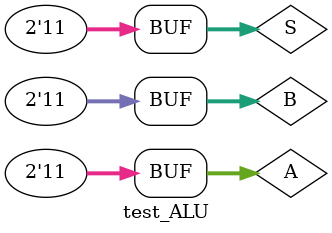
<source format=v>
`timescale 1ns / 1ps
module test_ALU();
	wire [3:0]O;
	reg [1:0]A;
	reg [1:0]B;
	reg [1:0]S;
	
	ALU alu(O,A,B,S);
	// ALU_simple alu(O,A,B,S);
	
  initial begin
    A[1] = 1'b0;A[0] = 1'b0;B[1] = 1'b0;B[0] = 1'b0;S[1] = 1'b0;S[0] = 1'b0;
  #100;
    A[1] = 1'b0;A[0] = 1'b0;B[1] = 1'b0;B[0] = 1'b0;S[1] = 1'b0;S[0] = 1'b1;
  #100;
    A[1] = 1'b0;A[0] = 1'b0;B[1] = 1'b0;B[0] = 1'b0;S[1] = 1'b1;S[0] = 1'b0;
  #100;
    A[1] = 1'b0;A[0] = 1'b0;B[1] = 1'b0;B[0] = 1'b0;S[1] = 1'b1;S[0] = 1'b1;
  #100;
    A[1] = 1'b0;A[0] = 1'b0;B[1] = 1'b0;B[0] = 1'b1;S[1] = 1'b0;S[0] = 1'b0;
  #100;
    A[1] = 1'b0;A[0] = 1'b0;B[1] = 1'b0;B[0] = 1'b1;S[1] = 1'b0;S[0] = 1'b1;
  #100;
    A[1] = 1'b0;A[0] = 1'b0;B[1] = 1'b0;B[0] = 1'b1;S[1] = 1'b1;S[0] = 1'b0;
  #100;
    A[1] = 1'b0;A[0] = 1'b0;B[1] = 1'b0;B[0] = 1'b1;S[1] = 1'b1;S[0] = 1'b1;
  #100;
    A[1] = 1'b0;A[0] = 1'b0;B[1] = 1'b1;B[0] = 1'b0;S[1] = 1'b0;S[0] = 1'b0;
  #100;
    A[1] = 1'b0;A[0] = 1'b0;B[1] = 1'b1;B[0] = 1'b0;S[1] = 1'b0;S[0] = 1'b1;
  #100;
    A[1] = 1'b0;A[0] = 1'b0;B[1] = 1'b1;B[0] = 1'b0;S[1] = 1'b1;S[0] = 1'b0;
  #100;
    A[1] = 1'b0;A[0] = 1'b0;B[1] = 1'b1;B[0] = 1'b0;S[1] = 1'b1;S[0] = 1'b1;
  #100;
    A[1] = 1'b0;A[0] = 1'b0;B[1] = 1'b1;B[0] = 1'b1;S[1] = 1'b0;S[0] = 1'b0;
  #100;
    A[1] = 1'b0;A[0] = 1'b0;B[1] = 1'b1;B[0] = 1'b1;S[1] = 1'b0;S[0] = 1'b1;
  #100;
    A[1] = 1'b0;A[0] = 1'b0;B[1] = 1'b1;B[0] = 1'b1;S[1] = 1'b1;S[0] = 1'b0;
  #100;
    A[1] = 1'b0;A[0] = 1'b0;B[1] = 1'b1;B[0] = 1'b1;S[1] = 1'b1;S[0] = 1'b1;
  #100;
    A[1] = 1'b0;A[0] = 1'b1;B[1] = 1'b0;B[0] = 1'b0;S[1] = 1'b0;S[0] = 1'b0;
  #100;
    A[1] = 1'b0;A[0] = 1'b1;B[1] = 1'b0;B[0] = 1'b0;S[1] = 1'b0;S[0] = 1'b1;
  #100;
    A[1] = 1'b0;A[0] = 1'b1;B[1] = 1'b0;B[0] = 1'b0;S[1] = 1'b1;S[0] = 1'b0;
  #100;
    A[1] = 1'b0;A[0] = 1'b1;B[1] = 1'b0;B[0] = 1'b0;S[1] = 1'b1;S[0] = 1'b1;
  #100;
    A[1] = 1'b0;A[0] = 1'b1;B[1] = 1'b0;B[0] = 1'b1;S[1] = 1'b0;S[0] = 1'b0;
  #100;
    A[1] = 1'b0;A[0] = 1'b1;B[1] = 1'b0;B[0] = 1'b1;S[1] = 1'b0;S[0] = 1'b1;
  #100;
    A[1] = 1'b0;A[0] = 1'b1;B[1] = 1'b0;B[0] = 1'b1;S[1] = 1'b1;S[0] = 1'b0;
  #100;
    A[1] = 1'b0;A[0] = 1'b1;B[1] = 1'b0;B[0] = 1'b1;S[1] = 1'b1;S[0] = 1'b1;
  #100;
    A[1] = 1'b0;A[0] = 1'b1;B[1] = 1'b1;B[0] = 1'b0;S[1] = 1'b0;S[0] = 1'b0;
  #100;
    A[1] = 1'b0;A[0] = 1'b1;B[1] = 1'b1;B[0] = 1'b0;S[1] = 1'b0;S[0] = 1'b1;
  #100;
    A[1] = 1'b0;A[0] = 1'b1;B[1] = 1'b1;B[0] = 1'b0;S[1] = 1'b1;S[0] = 1'b0;
  #100;
    A[1] = 1'b0;A[0] = 1'b1;B[1] = 1'b1;B[0] = 1'b0;S[1] = 1'b1;S[0] = 1'b1;
  #100;
    A[1] = 1'b0;A[0] = 1'b1;B[1] = 1'b1;B[0] = 1'b1;S[1] = 1'b0;S[0] = 1'b0;
  #100;
    A[1] = 1'b0;A[0] = 1'b1;B[1] = 1'b1;B[0] = 1'b1;S[1] = 1'b0;S[0] = 1'b1;
  #100;
    A[1] = 1'b0;A[0] = 1'b1;B[1] = 1'b1;B[0] = 1'b1;S[1] = 1'b1;S[0] = 1'b0;
  #100;
    A[1] = 1'b0;A[0] = 1'b1;B[1] = 1'b1;B[0] = 1'b1;S[1] = 1'b1;S[0] = 1'b1;
  #100;
    A[1] = 1'b1;A[0] = 1'b0;B[1] = 1'b0;B[0] = 1'b0;S[1] = 1'b0;S[0] = 1'b0;
  #100;
    A[1] = 1'b1;A[0] = 1'b0;B[1] = 1'b0;B[0] = 1'b0;S[1] = 1'b0;S[0] = 1'b1;
  #100;
    A[1] = 1'b1;A[0] = 1'b0;B[1] = 1'b0;B[0] = 1'b0;S[1] = 1'b1;S[0] = 1'b0;
  #100;
    A[1] = 1'b1;A[0] = 1'b0;B[1] = 1'b0;B[0] = 1'b0;S[1] = 1'b1;S[0] = 1'b1;
  #100;
    A[1] = 1'b1;A[0] = 1'b0;B[1] = 1'b0;B[0] = 1'b1;S[1] = 1'b0;S[0] = 1'b0;
  #100;
    A[1] = 1'b1;A[0] = 1'b0;B[1] = 1'b0;B[0] = 1'b1;S[1] = 1'b0;S[0] = 1'b1;
  #100;
    A[1] = 1'b1;A[0] = 1'b0;B[1] = 1'b0;B[0] = 1'b1;S[1] = 1'b1;S[0] = 1'b0;
  #100;
    A[1] = 1'b1;A[0] = 1'b0;B[1] = 1'b0;B[0] = 1'b1;S[1] = 1'b1;S[0] = 1'b1;
  #100;
    A[1] = 1'b1;A[0] = 1'b0;B[1] = 1'b1;B[0] = 1'b0;S[1] = 1'b0;S[0] = 1'b0;
  #100;
    A[1] = 1'b1;A[0] = 1'b0;B[1] = 1'b1;B[0] = 1'b0;S[1] = 1'b0;S[0] = 1'b1;
  #100;
    A[1] = 1'b1;A[0] = 1'b0;B[1] = 1'b1;B[0] = 1'b0;S[1] = 1'b1;S[0] = 1'b0;
  #100;
    A[1] = 1'b1;A[0] = 1'b0;B[1] = 1'b1;B[0] = 1'b0;S[1] = 1'b1;S[0] = 1'b1;
  #100;
    A[1] = 1'b1;A[0] = 1'b0;B[1] = 1'b1;B[0] = 1'b1;S[1] = 1'b0;S[0] = 1'b0;
  #100;
    A[1] = 1'b1;A[0] = 1'b0;B[1] = 1'b1;B[0] = 1'b1;S[1] = 1'b0;S[0] = 1'b1;
  #100;
    A[1] = 1'b1;A[0] = 1'b0;B[1] = 1'b1;B[0] = 1'b1;S[1] = 1'b1;S[0] = 1'b0;
  #100;
    A[1] = 1'b1;A[0] = 1'b0;B[1] = 1'b1;B[0] = 1'b1;S[1] = 1'b1;S[0] = 1'b1;
  #100;
    A[1] = 1'b1;A[0] = 1'b1;B[1] = 1'b0;B[0] = 1'b0;S[1] = 1'b0;S[0] = 1'b0;
  #100;
    A[1] = 1'b1;A[0] = 1'b1;B[1] = 1'b0;B[0] = 1'b0;S[1] = 1'b0;S[0] = 1'b1;
  #100;
    A[1] = 1'b1;A[0] = 1'b1;B[1] = 1'b0;B[0] = 1'b0;S[1] = 1'b1;S[0] = 1'b0;
  #100;
    A[1] = 1'b1;A[0] = 1'b1;B[1] = 1'b0;B[0] = 1'b0;S[1] = 1'b1;S[0] = 1'b1;
  #100;
    A[1] = 1'b1;A[0] = 1'b1;B[1] = 1'b0;B[0] = 1'b1;S[1] = 1'b0;S[0] = 1'b0;
  #100;
    A[1] = 1'b1;A[0] = 1'b1;B[1] = 1'b0;B[0] = 1'b1;S[1] = 1'b0;S[0] = 1'b1;
  #100;
    A[1] = 1'b1;A[0] = 1'b1;B[1] = 1'b0;B[0] = 1'b1;S[1] = 1'b1;S[0] = 1'b0;
  #100;
    A[1] = 1'b1;A[0] = 1'b1;B[1] = 1'b0;B[0] = 1'b1;S[1] = 1'b1;S[0] = 1'b1;
  #100;
    A[1] = 1'b1;A[0] = 1'b1;B[1] = 1'b1;B[0] = 1'b0;S[1] = 1'b0;S[0] = 1'b0;
  #100;
    A[1] = 1'b1;A[0] = 1'b1;B[1] = 1'b1;B[0] = 1'b0;S[1] = 1'b0;S[0] = 1'b1;
  #100;
    A[1] = 1'b1;A[0] = 1'b1;B[1] = 1'b1;B[0] = 1'b0;S[1] = 1'b1;S[0] = 1'b0;
  #100;
    A[1] = 1'b1;A[0] = 1'b1;B[1] = 1'b1;B[0] = 1'b0;S[1] = 1'b1;S[0] = 1'b1;
  #100;
    A[1] = 1'b1;A[0] = 1'b1;B[1] = 1'b1;B[0] = 1'b1;S[1] = 1'b0;S[0] = 1'b0;
  #100;
    A[1] = 1'b1;A[0] = 1'b1;B[1] = 1'b1;B[0] = 1'b1;S[1] = 1'b0;S[0] = 1'b1;
  #100;
    A[1] = 1'b1;A[0] = 1'b1;B[1] = 1'b1;B[0] = 1'b1;S[1] = 1'b1;S[0] = 1'b0;
  #100;
    A[1] = 1'b1;A[0] = 1'b1;B[1] = 1'b1;B[0] = 1'b1;S[1] = 1'b1;S[0] = 1'b1;
  #100;
  end
endmodule

</source>
